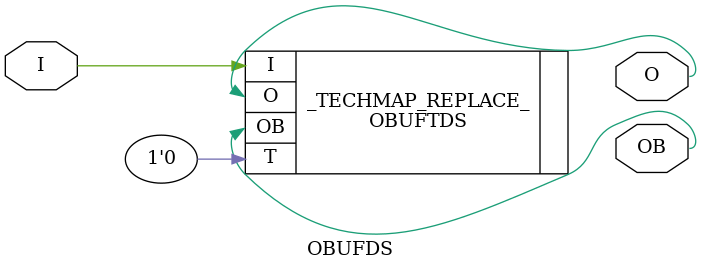
<source format=v>
module INV(input I, output O);

LUT1 #(.INIT(2'b01)) _TECHMAP_REPLACE_ (.I0(I), .O(O));

endmodule

module BUF(input I, output O);

LUT1 #(.INIT(2'b10)) _TECHMAP_REPLACE_ (.I0(I), .O(O));

endmodule

module FD(input C, input D, output Q);

parameter INIT = 1'b0;

FDRE #(.INIT(INIT)) _TECHMAP_REPLACE_ (.C(C), .D(D), .CE(1'b1), .R(1'b0), .Q(Q));

endmodule

module OBUFDS(input I, output O, output OB);

parameter CAPACITANCE = "DONT_CARE";
parameter IOSTANDARD = "DEFAULT";
parameter SLEW = "SLOW";

OBUFTDS #(.CAPACITANCE(CAPACITANCE), .IOSTANDARD(IOSTANDARD), .SLEW(SLEW)) _TECHMAP_REPLACE_ (.I(I), .T(1'b0), .O(O), .OB(OB));
endmodule
</source>
